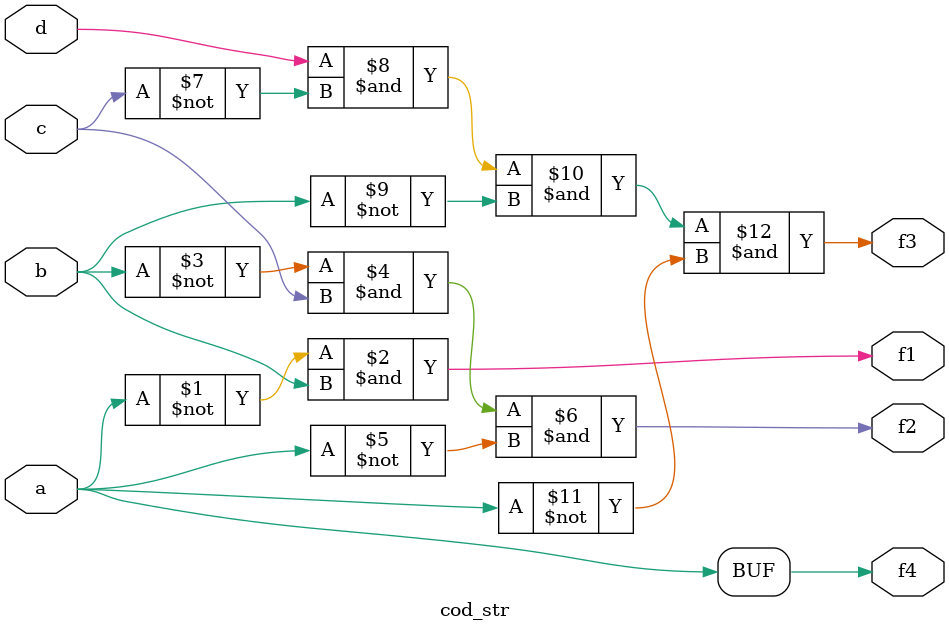
<source format=v>
module cod_str
(f1, f2, f3, f4, a, b, c, d);
input a, b, c, d;
output f1, f2, f3,f4;
wire f1, f2, f3,f4;



and #1
g1(f1, ~a, b),
g2(f2, ~b, c, ~a),
g3(f3, d, ~c, ~b, ~a);

buf
g4(f4,a);

endmodule
</source>
